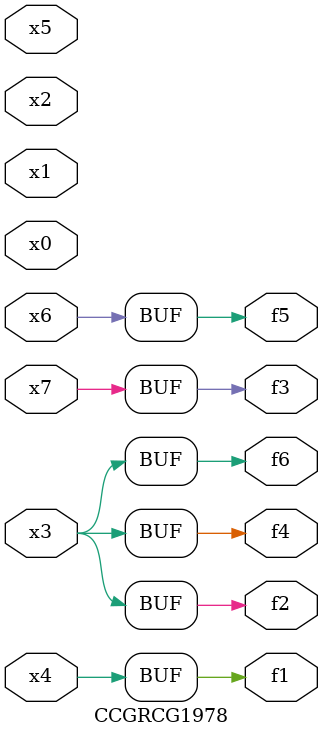
<source format=v>
module CCGRCG1978(
	input x0, x1, x2, x3, x4, x5, x6, x7,
	output f1, f2, f3, f4, f5, f6
);
	assign f1 = x4;
	assign f2 = x3;
	assign f3 = x7;
	assign f4 = x3;
	assign f5 = x6;
	assign f6 = x3;
endmodule

</source>
